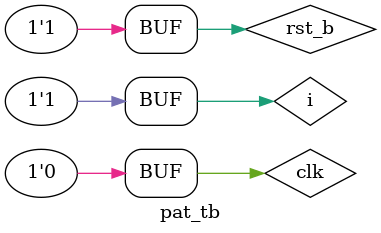
<source format=v>
module pat(
  input clk, rst_b, i,
  output reg o
);
  localparam S0 = 0;
  localparam S1 = 1;
  localparam S2 = 2;
  localparam S3 = 3;
  localparam S4 = 4;
  localparam S5 = 5;
 
  reg [2:0] st, st_nxt;
  
  always @ (*)
    case (st)
      S0: if (i == 1) st_nxt = S1;
          else st_nxt = S0;
      S1: if (i == 1) st_nxt = S2;
          else st_nxt = S0;
      S2: if (i == 0) st_nxt = S3;
          else st_nxt = S2;
      S3: if (i == 1) st_nxt = S4;
          else st_nxt = S0;
      S4: if (i == 1) st_nxt = S5;
          else st_nxt = S0;
      S5: if (i == 1) st_nxt = S2;
          else st_nxt = S3;
    endcase
  always @ (*)
    o = (st == S5);
  always @ (posedge clk, negedge rst_b)
    if (rst_b == 0) st <= S0;
    else st <= st_nxt;
endmodule

module pat_tb;
  reg clk, rst_b, i;
  wire o;
  
  pat inst1(.clk(clk),.rst_b(rst_b),.i(i),.o(o));
  localparam CLK_PERIOD=100;
  localparam RUNNING_CYCLES=11;
  initial begin
    clk=0;
    repeat (2*RUNNING_CYCLES) #(CLK_PERIOD/2) clk=~clk;
  end
  localparam RST_DURATION=10;
  initial begin
    rst_b=0;
    #RST_DURATION rst_b=1;
  end
  initial begin
    i=1;
    #(1*CLK_PERIOD) i=~i;//0
    #(1*CLK_PERIOD) i=~i;//1
    #(2*CLK_PERIOD) i=~i;//0
    #(1*CLK_PERIOD) i=~i;//1
    #(2*CLK_PERIOD) i=~i;//0
    #(1*CLK_PERIOD) i=~i;//1
    #(2*CLK_PERIOD) i=~i;//0
    #(1*CLK_PERIOD) i=~i;//1
  end
endmodule
</source>
